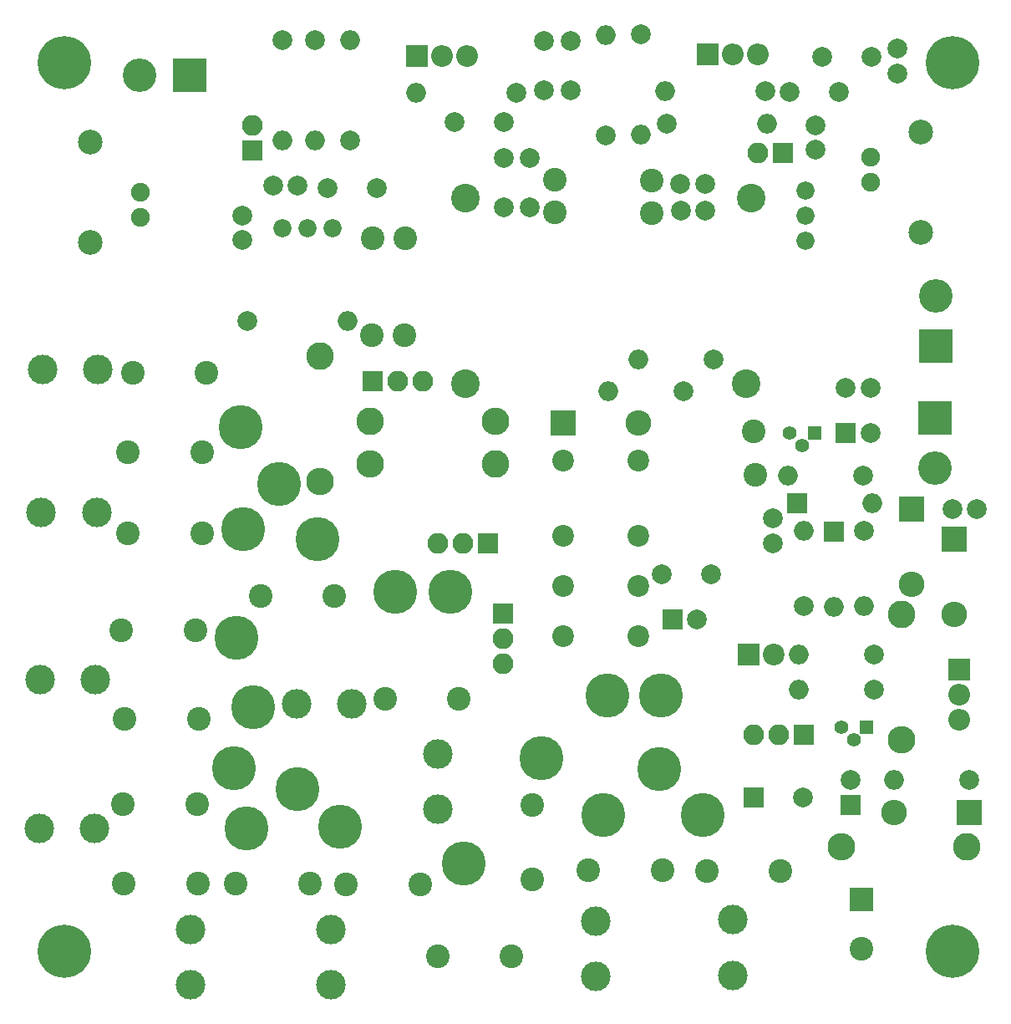
<source format=gbr>
G04 #@! TF.FileFunction,Soldermask,Bot*
%FSLAX46Y46*%
G04 Gerber Fmt 4.6, Leading zero omitted, Abs format (unit mm)*
G04 Created by KiCad (PCBNEW 4.0.7) date 05/31/19 10:13:47*
%MOMM*%
%LPD*%
G01*
G04 APERTURE LIST*
%ADD10C,0.100000*%
%ADD11C,2.800000*%
%ADD12O,2.800000X2.800000*%
%ADD13C,3.000000*%
%ADD14C,2.000000*%
%ADD15R,2.000000X2.000000*%
%ADD16R,2.400000X2.400000*%
%ADD17C,2.400000*%
%ADD18O,2.000000X2.000000*%
%ADD19R,2.600000X2.600000*%
%ADD20O,2.600000X2.600000*%
%ADD21C,1.900000*%
%ADD22C,2.500000*%
%ADD23R,3.400000X3.400000*%
%ADD24C,3.400000*%
%ADD25R,2.100000X2.100000*%
%ADD26O,2.100000X2.100000*%
%ADD27C,1.400000*%
%ADD28R,1.400000X1.400000*%
%ADD29C,2.200000*%
%ADD30C,1.840000*%
%ADD31C,5.400000*%
%ADD32C,4.464000*%
%ADD33R,2.200000X2.200000*%
%ADD34C,2.900000*%
%ADD35O,2.200000X2.200000*%
G04 APERTURE END LIST*
D10*
D11*
X88747600Y-85648800D03*
D12*
X76047600Y-85648800D03*
D13*
X42570400Y-107480100D03*
X48170400Y-107480100D03*
D14*
X89570560Y-59679840D03*
X89570560Y-54679840D03*
X96324420Y-47800260D03*
X96324420Y-42800260D03*
D15*
X124206000Y-82550000D03*
D14*
X126706000Y-82550000D03*
D13*
X42697400Y-90576400D03*
X48297400Y-90576400D03*
D14*
X116840000Y-91186000D03*
X116840000Y-93686000D03*
X124206000Y-77978000D03*
X126706000Y-77978000D03*
X63093600Y-60502800D03*
X63093600Y-63002800D03*
X129413000Y-43586400D03*
X129413000Y-46086400D03*
X68681600Y-57454800D03*
X66181600Y-57454800D03*
X121132600Y-51358800D03*
X121132600Y-53858800D03*
X93599000Y-42804080D03*
X93599000Y-47804080D03*
X123550680Y-47945040D03*
X118550680Y-47945040D03*
X126847600Y-44424600D03*
X121847600Y-44424600D03*
D15*
X106654600Y-101396800D03*
D14*
X109154600Y-101396800D03*
X107487720Y-59989720D03*
X109987720Y-59989720D03*
D15*
X114909600Y-119430800D03*
D14*
X119909600Y-119430800D03*
D16*
X125806200Y-129794000D03*
D17*
X125806200Y-134794000D03*
D14*
X107457240Y-57277000D03*
X109957240Y-57277000D03*
X92186760Y-59695080D03*
X92186760Y-54695080D03*
D15*
X124739400Y-120192800D03*
D14*
X124739400Y-117692800D03*
D15*
X123027440Y-92506800D03*
D18*
X123027440Y-100126800D03*
D15*
X119253000Y-89662000D03*
D18*
X126873000Y-89662000D03*
D19*
X130911600Y-90220800D03*
D20*
X130911600Y-97840800D03*
D19*
X95605600Y-81521300D03*
D20*
X103225600Y-81521300D03*
D19*
X135229600Y-93268800D03*
D20*
X135229600Y-100888800D03*
D19*
X136753600Y-120954800D03*
D20*
X129133600Y-120954800D03*
D21*
X52766000Y-58105040D03*
X52766000Y-60645040D03*
D22*
X47686000Y-63185040D03*
X47686000Y-53025040D03*
D23*
X57759600Y-46278800D03*
D24*
X52679600Y-46278800D03*
D21*
X126723100Y-57137300D03*
X126723100Y-54597300D03*
D22*
X131803100Y-52057300D03*
X131803100Y-62217300D03*
D23*
X133223000Y-81026000D03*
D24*
X133223000Y-86106000D03*
D23*
X133324600Y-73710800D03*
D24*
X133324600Y-68630800D03*
D25*
X76301600Y-77266800D03*
D26*
X78841600Y-77266800D03*
X81381600Y-77266800D03*
D25*
X64109600Y-53898800D03*
D26*
X64109600Y-51358800D03*
D25*
X117830600Y-54152800D03*
D26*
X115290600Y-54152800D03*
D25*
X119989600Y-113080800D03*
D26*
X117449600Y-113080800D03*
X114909600Y-113080800D03*
D14*
X63601600Y-71170800D03*
D18*
X73761600Y-71170800D03*
D14*
X70459600Y-42722800D03*
D18*
X70459600Y-52882800D03*
D14*
X103416100Y-42151300D03*
D18*
X103416100Y-52311300D03*
D27*
X119761000Y-83820000D03*
X118491000Y-82550000D03*
D28*
X121031000Y-82550000D03*
D27*
X125069600Y-113588800D03*
X123799600Y-112318800D03*
D28*
X126339600Y-112318800D03*
D14*
X119979440Y-100050600D03*
D18*
X119979440Y-92430600D03*
D14*
X126075440Y-92430600D03*
D18*
X126075440Y-100050600D03*
D11*
X76047600Y-81330800D03*
D12*
X88747600Y-81330800D03*
D11*
X70967600Y-74726800D03*
D12*
X70967600Y-87426800D03*
D14*
X67157600Y-42722800D03*
D18*
X67157600Y-52882800D03*
D14*
X106060240Y-51186080D03*
D18*
X116220240Y-51186080D03*
D14*
X127101600Y-108508800D03*
D18*
X119481600Y-108508800D03*
D11*
X136474200Y-124460000D03*
D12*
X123774200Y-124460000D03*
D11*
X129895600Y-100888800D03*
D12*
X129895600Y-113588800D03*
D14*
X127101600Y-104952800D03*
D18*
X119481600Y-104952800D03*
D14*
X136753600Y-117652800D03*
D18*
X129133600Y-117652800D03*
D29*
X103215600Y-92920800D03*
X103215600Y-103080800D03*
X103215600Y-98000800D03*
X95615600Y-98000800D03*
X95615600Y-92920800D03*
X95615600Y-103080800D03*
X103215600Y-85300800D03*
X95615600Y-85300800D03*
D30*
X67157600Y-61772800D03*
X69697600Y-61772800D03*
X72237600Y-61772800D03*
X120116600Y-57962800D03*
X120116600Y-60502800D03*
X120116600Y-63042800D03*
D31*
X45000000Y-135000000D03*
X135000000Y-135000000D03*
X135000000Y-45000000D03*
X45000000Y-45000000D03*
D14*
X71729600Y-57708800D03*
X76729600Y-57708800D03*
X84546440Y-51018440D03*
X89546440Y-51018440D03*
X105575100Y-96824800D03*
X110575100Y-96824800D03*
D25*
X89446100Y-100825300D03*
D26*
X89446100Y-103365300D03*
X89446100Y-105905300D03*
D25*
X87985600Y-93713300D03*
D26*
X85445600Y-93713300D03*
X82905600Y-93713300D03*
D32*
X62865000Y-81915000D03*
X63144400Y-92290900D03*
D13*
X48450500Y-76098400D03*
X42850500Y-76098400D03*
D32*
X84175600Y-98602800D03*
X100050600Y-109143800D03*
X62217300Y-116509800D03*
X73012300Y-122428000D03*
X62445900Y-103289100D03*
X63474600Y-122542300D03*
D13*
X48056800Y-122542300D03*
X42456800Y-122542300D03*
X72085200Y-132816600D03*
X72085200Y-138416600D03*
X57861200Y-138417300D03*
X57861200Y-132817300D03*
D32*
X109753400Y-121234200D03*
X93370400Y-115443000D03*
X99606100Y-121259600D03*
X70650100Y-93268800D03*
D13*
X112801400Y-131838700D03*
X112801400Y-137438700D03*
X82867500Y-120650000D03*
X82867500Y-115050000D03*
X98856800Y-137579100D03*
X98856800Y-131979100D03*
X74142600Y-109994700D03*
X68542600Y-109994700D03*
D32*
X85496400Y-126123700D03*
X105359200Y-116547900D03*
X68643500Y-118592600D03*
X66776600Y-87680800D03*
X64160400Y-110261400D03*
D17*
X72415400Y-99021900D03*
X64915400Y-99021900D03*
X90360500Y-135509000D03*
X82860500Y-135509000D03*
X77520800Y-109435900D03*
X85020800Y-109435900D03*
X105664000Y-126822200D03*
X98164000Y-126822200D03*
X92430600Y-120230900D03*
X92430600Y-127730900D03*
X110134400Y-126898400D03*
X117634400Y-126898400D03*
X58585100Y-128130300D03*
X51085100Y-128130300D03*
X50800000Y-102489000D03*
X58300000Y-102489000D03*
X62395100Y-128130300D03*
X69895100Y-128130300D03*
X51130200Y-111480600D03*
X58630200Y-111480600D03*
X73571100Y-128244600D03*
X81071100Y-128244600D03*
X50965100Y-120091200D03*
X58465100Y-120091200D03*
X51495960Y-92679520D03*
X58995960Y-92679520D03*
X51473100Y-84505800D03*
X58973100Y-84505800D03*
X51968400Y-76454000D03*
X59468400Y-76454000D03*
D14*
X137515600Y-90220800D03*
X135015600Y-90220800D03*
D17*
X115062000Y-86741000D03*
X114909600Y-82397600D03*
D14*
X125984000Y-86868000D03*
D18*
X118364000Y-86868000D03*
D14*
X90830400Y-48031400D03*
D18*
X80670400Y-48031400D03*
D14*
X116052600Y-47929800D03*
D18*
X105892600Y-47929800D03*
D14*
X74015600Y-52882800D03*
D18*
X74015600Y-42722800D03*
D14*
X99860100Y-52374800D03*
D18*
X99860100Y-42214800D03*
D17*
X79463600Y-72614800D03*
X79563600Y-62814800D03*
X76163600Y-72614800D03*
X76263600Y-62814800D03*
X104547680Y-56975040D03*
X94747680Y-56875040D03*
X104547680Y-60275040D03*
X94747680Y-60175040D03*
D32*
X78587600Y-98602800D03*
X105511600Y-109143800D03*
D33*
X114401600Y-104952800D03*
D29*
X116941600Y-104952800D03*
D34*
X114655600Y-58724800D03*
X85699600Y-58724800D03*
X114147600Y-77520800D03*
X85699600Y-77520800D03*
D14*
X110845600Y-75107800D03*
D18*
X103225600Y-75107800D03*
D14*
X107734100Y-78282800D03*
D18*
X100114100Y-78282800D03*
D33*
X80797400Y-44373800D03*
D35*
X83337400Y-44373800D03*
X85877400Y-44373800D03*
D33*
X110223300Y-44196000D03*
D35*
X112763300Y-44196000D03*
X115303300Y-44196000D03*
D33*
X135737600Y-106476800D03*
D35*
X135737600Y-109016800D03*
X135737600Y-111556800D03*
M02*

</source>
